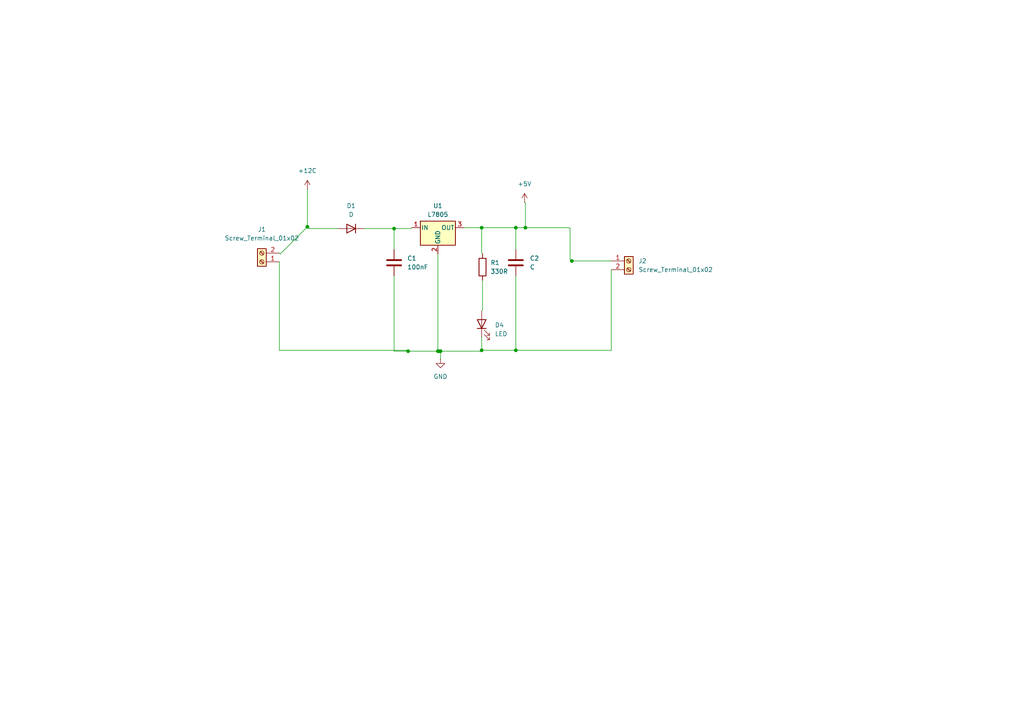
<source format=kicad_sch>
(kicad_sch (version 20231120) (generator "eeschema") (generator_version "8.0")
  (paper "A4")
  (lib_symbols
    (symbol "Connector:Screw_Terminal_01x02" (pin_names (offset 1.016) hide)
      (property "Reference" "J" (at 0 2.54 0))
      (property "Value" "Screw_Terminal_01x02" (at 0 -5.08 0))
      (symbol "Screw_Terminal_01x02_1_1"
        (rectangle (start -1.27 1.27) (end 1.27 -3.81) (stroke (width 0.254)) (fill (type background)))
        (circle (center 0 -2.54) (radius 0.635) (stroke (width 0.1524)))
        (polyline (pts (xy -0.5334 -2.2098) (xy 0.3302 -3.048)) (stroke (width 0.1524)))
        (polyline (pts (xy -0.5334 0.3302) (xy 0.3302 -0.508)) (stroke (width 0.1524)))
        (polyline (pts (xy -0.3556 -2.032) (xy 0.508 -2.8702)) (stroke (width 0.1524)))
        (polyline (pts (xy -0.3556 0.508) (xy 0.508 -0.3302)) (stroke (width 0.1524)))
        (circle (center 0 0) (radius 0.635) (stroke (width 0.1524)))
        (pin passive line (at -5.08 0 0) (length 3.81) (name "Pin_1") (number "1"))
        (pin passive line (at -5.08 -2.54 0) (length 3.81) (name "Pin_2") (number "2"))
      )
    )
    (symbol "Device:C" (pin_numbers hide) (pin_names (offset 0.254))
      (property "Reference" "C" (at 0.635 2.54 0))
      (property "Value" "C" (at 0.635 -2.54 0))
      (symbol "C_0_1"
        (polyline (pts (xy -2.032 -0.762) (xy 2.032 -0.762)) (stroke (width 0.508)))
        (polyline (pts (xy -2.032 0.762) (xy 2.032 0.762)) (stroke (width 0.508)))
      )
      (symbol "C_1_1"
        (pin passive line (at 0 3.81 270) (length 2.794) (name "~") (number "1"))
        (pin passive line (at 0 -3.81 90) (length 2.794) (name "~") (number "2"))
      )
    )
    (symbol "Device:D" (pin_numbers hide) (pin_names (offset 1.016) hide)
      (property "Reference" "D" (at 0 2.54 0))
      (property "Value" "D" (at 0 -2.54 0))
      (symbol "D_0_1"
        (polyline (pts (xy -1.27 1.27) (xy -1.27 -1.27)) (stroke (width 0.254)))
        (polyline (pts (xy 1.27 0) (xy -1.27 0)))
        (polyline (pts (xy 1.27 1.27) (xy 1.27 -1.27) (xy -1.27 0) (xy 1.27 1.27)) (stroke (width 0.254)))
      )
      (symbol "D_1_1"
        (pin passive line (at -3.81 0 0) (length 2.54) (name "K") (number "1"))
        (pin passive line (at 3.81 0 180) (length 2.54) (name "A") (number "2"))
      )
    )
    (symbol "Device:LED" (pin_numbers hide) (pin_names (offset 1.016) hide)
      (property "Reference" "D" (at 0 2.54 0))
      (property "Value" "LED" (at 0 -2.54 0))
      (symbol "LED_0_1"
        (polyline (pts (xy -1.27 -1.27) (xy -1.27 1.27)) (stroke (width 0.254)))
        (polyline (pts (xy -1.27 0) (xy 1.27 0)))
        (polyline (pts (xy 1.27 -1.27) (xy 1.27 1.27) (xy -1.27 0) (xy 1.27 -1.27)) (stroke (width 0.254)))
        (polyline (pts (xy -3.048 -0.762) (xy -4.572 -2.286) (xy -3.81 -2.286) (xy -4.572 -2.286) (xy -4.572 -1.524)))
        (polyline (pts (xy -1.778 -0.762) (xy -3.302 -2.286) (xy -2.54 -2.286) (xy -3.302 -2.286) (xy -3.302 -1.524)))
      )
      (symbol "LED_1_1"
        (pin passive line (at -3.81 0 0) (length 2.54) (name "K") (number "1"))
        (pin passive line (at 3.81 0 180) (length 2.54) (name "A") (number "2"))
      )
    )
    (symbol "Device:R" (pin_numbers hide) (pin_names (offset 0))
      (property "Reference" "R" (at 2.032 0 90))
      (property "Value" "R" (at 0 0 90))
      (symbol "R_0_1"
        (rectangle (start -1.016 -2.54) (end 1.016 2.54) (stroke (width 0.254)))
      )
      (symbol "R_1_1"
        (pin passive line (at 0 3.81 270) (length 1.27) (name "~") (number "1"))
        (pin passive line (at 0 -3.81 90) (length 1.27) (name "~") (number "2"))
      )
    )
    (symbol "Regulator_Linear:L7805" (pin_names (offset 0.254))
      (property "Reference" "U" (at -3.81 3.175 0))
      (property "Value" "L7805" (at 0 3.175 0))
      (symbol "L7805_0_1"
        (rectangle (start -5.08 1.905) (end 5.08 -5.08) (stroke (width 0.254)) (fill (type background)))
      )
      (symbol "L7805_1_1"
        (pin power_in line (at -7.62 0 0) (length 2.54) (name "IN") (number "1"))
        (pin power_in line (at 0 -7.62 90) (length 2.54) (name "GND") (number "2"))
        (pin power_out line (at 7.62 0 180) (length 2.54) (name "OUT") (number "3"))
      )
    )
    (symbol "power:+12C" (power) (pin_numbers hide) (pin_names (offset 0) hide)
      (property "Value" "+12C" (at 0 3.556 0))
      (symbol "+12C_0_1"
        (polyline (pts (xy -0.762 1.27) (xy 0 2.54)))
        (polyline (pts (xy 0 0) (xy 0 2.54)))
        (polyline (pts (xy 0 2.54) (xy 0.762 1.27)))
      )
      (symbol "+12C_1_1"
        (pin power_in line (at 0 0 90) (length 0) (name "~") (number "1"))
      )
    )
    (symbol "power:+5V" (power) (pin_numbers hide) (pin_names (offset 0) hide)
      (property "Value" "+5V" (at 0 3.556 0))
      (symbol "+5V_0_1"
        (polyline (pts (xy -0.762 1.27) (xy 0 2.54)))
        (polyline (pts (xy 0 0) (xy 0 2.54)))
        (polyline (pts (xy 0 2.54) (xy 0.762 1.27)))
      )
      (symbol "+5V_1_1"
        (pin power_in line (at 0 0 90) (length 0) (name "~") (number "1"))
      )
    )
    (symbol "power:GND" (power) (pin_numbers hide) (pin_names (offset 0) hide)
      (property "Value" "GND" (at 0 -3.81 0))
      (symbol "GND_0_1"
        (polyline (pts (xy 0 0) (xy 0 -1.27) (xy 1.27 -1.27) (xy 0 -2.54) (xy -1.27 -1.27) (xy 0 -1.27)))
      )
      (symbol "GND_1_1"
        (pin power_in line (at 0 0 270) (length 0) (name "~") (number "1"))
      )
    )
  )
  (junction (at 139.7 66.04))
  (junction (at 149.606 101.6))
  (junction (at 152.4 66.04))
  (junction (at 127.762 101.854))
  (junction (at 127 101.854))
  (junction (at 165.862 75.692))
  (junction (at 139.7 101.6))
  (junction (at 127.254 101.854))
  (junction (at 114.3 66.294))
  (junction (at 149.606 66.04))
  (junction (at 89.154 65.786))
  (junction (at 118.364 101.854))
  (wire (pts (xy 165.354 66.294) (xy 165.354 75.184)))
  (wire (pts (xy 139.954 81.28) (xy 139.954 89.916)))
  (wire (pts (xy 139.7 97.79) (xy 139.7 101.6)))
  (wire (pts (xy 114.3 66.294) (xy 114.3 72.39)))
  (wire (pts (xy 134.62 66.04) (xy 139.7 66.04)))
  (wire (pts (xy 119.126 66.294) (xy 119.38 66.04)))
  (wire (pts (xy 165.354 75.184) (xy 165.862 75.692)))
  (wire (pts (xy 139.954 89.916) (xy 139.7 90.17)))
  (wire (pts (xy 127.254 101.854) (xy 127.762 101.854)))
  (wire (pts (xy 81.026 101.6) (xy 118.11 101.6)))
  (wire (pts (xy 149.606 66.04) (xy 149.606 72.39)))
  (wire (pts (xy 127 101.854) (xy 127.254 101.854)))
  (wire (pts (xy 98.044 66.294) (xy 89.662 66.294)))
  (wire (pts (xy 89.154 54.864) (xy 89.154 65.786)))
  (wire (pts (xy 114.3 66.294) (xy 119.126 66.294)))
  (wire (pts (xy 149.606 80.01) (xy 149.606 101.6)))
  (wire (pts (xy 152.4 58.928) (xy 152.146 58.674)))
  (wire (pts (xy 165.1 66.04) (xy 165.354 66.294)))
  (wire (pts (xy 139.7 66.04) (xy 139.7 73.406)))
  (wire (pts (xy 81.026 75.946) (xy 81.026 101.6)))
  (wire (pts (xy 139.7 101.854) (xy 139.7 101.6)))
  (wire (pts (xy 149.606 66.04) (xy 152.4 66.04)))
  (wire (pts (xy 81.28 73.66) (xy 89.154 65.786)))
  (wire (pts (xy 114.3 101.854) (xy 118.364 101.854)))
  (wire (pts (xy 139.7 66.04) (xy 149.606 66.04)))
  (wire (pts (xy 165.862 75.692) (xy 165.608 75.692)))
  (wire (pts (xy 118.11 101.6) (xy 118.364 101.854)))
  (wire (pts (xy 139.7 101.6) (xy 149.606 101.6)))
  (wire (pts (xy 177.292 78.232) (xy 177.292 101.6)))
  (wire (pts (xy 149.606 101.6) (xy 177.292 101.6)))
  (wire (pts (xy 118.364 101.854) (xy 127 101.854)))
  (wire (pts (xy 127.762 101.854) (xy 127.762 104.14)))
  (wire (pts (xy 139.7 73.406) (xy 139.954 73.66)))
  (wire (pts (xy 105.664 66.294) (xy 114.3 66.294)))
  (wire (pts (xy 89.662 66.294) (xy 89.154 65.786)))
  (wire (pts (xy 114.3 80.01) (xy 114.3 101.854)))
  (wire (pts (xy 127 73.66) (xy 127 101.854)))
  (wire (pts (xy 152.4 66.04) (xy 165.1 66.04)))
  (wire (pts (xy 81.28 73.66) (xy 81.026 73.406)))
  (wire (pts (xy 177.292 75.692) (xy 165.862 75.692)))
  (wire (pts (xy 127.762 101.854) (xy 139.7 101.854)))
  (wire (pts (xy 152.4 66.04) (xy 152.4 58.928)))
  (wire (pts (xy 127.254 101.854) (xy 127.508 102.108)))
  (symbol (lib_id "power:+12C") (at 89.154 54.864 0) (unit 1)
    (property "Reference" "#PWR01" (effects (hide yes)))
    (property "Value" "+12C" (at 89.154 49.53 0))
    (property "Description" "Power symbol creates a global label with name \"+12C\"" (effects (hide yes)))
  )
  (symbol (lib_id "Regulator_Linear:L7805") (at 127 66.04 0) (unit 1)
    (property "Reference" "U1" (at 127 59.69 0))
    (property "Value" "L7805" (at 127 62.23 0))
    (property "Footprint" "Package_TO_SOT_SMD:TO-252-2" (effects (hide yes)))
    (property "Datasheet" "http://www.st.com/content/ccc/resource/technical/document/datasheet/41/4f/b3/b0/12/d4/47/88/CD00000444.pdf/files/CD00000444.pdf/jcr:content/translations/en.CD00000444.pdf" (effects (hide yes)))
    (property "Description" "Positive 1.5A 35V Linear Regulator, Fixed Output 5V, TO-220/TO-263/TO-252" (effects (hide yes)))
  )
  (symbol (lib_id "power:+5V") (at 152.146 58.674 0) (unit 1)
    (property "Reference" "#PWR02" (effects (hide yes)))
    (property "Value" "+5V" (at 152.146 53.34 0))
    (property "Description" "Power symbol creates a global label with name \"+5V\"" (effects (hide yes)))
  )
  (symbol (lib_id "Device:D") (at 101.854 66.294 180) (unit 1)
    (property "Reference" "D1" (at 101.854 59.69 0))
    (property "Value" "D" (at 101.854 62.23 0))
    (property "Footprint" "Diode_SMD:D_0603_1608Metric" (effects (hide yes)))
    (property "Description" "Diode" (effects (hide yes)))
    (property "Sim.Device" "D" (effects (hide yes)))
    (property "Sim.Pins" "1=K 2=A" (effects (hide yes)))
  )
  (symbol (lib_id "power:GND") (at 127.762 104.14 0) (unit 1)
    (property "Reference" "#PWR03" (effects (hide yes)))
    (property "Value" "GND" (at 127.762 109.22 0))
    (property "Description" "Power symbol creates a global label with name \"GND\" , ground" (effects (hide yes)))
  )
  (symbol (lib_id "Device:R") (at 139.954 77.47 0) (unit 1)
    (property "Reference" "R1" (at 142.24 76.1999 0) (effects (justify left)))
    (property "Value" "330R" (at 142.24 78.7399 0) (effects (justify left)))
    (property "Footprint" "Resistor_SMD:R_0201_0603Metric" (effects (hide yes)))
    (property "Description" "Resistor" (effects (hide yes)))
  )
  (symbol (lib_id "Device:C") (at 149.606 76.2 0) (unit 1)
    (property "Reference" "C2" (at 153.67 74.9299 0) (effects (justify left)))
    (property "Value" "C" (at 153.67 77.4699 0) (effects (justify left)))
    (property "Footprint" "Capacitor_SMD:C_0603_1608Metric" (effects (hide yes)))
    (property "Description" "Unpolarized capacitor" (effects (hide yes)))
  )
  (symbol (lib_id "Device:LED") (at 139.7 93.98 90) (unit 1)
    (property "Reference" "D4" (at 143.51 94.2974 90) (effects (justify right)))
    (property "Value" "LED" (at 143.51 96.8374 90) (effects (justify right)))
    (property "Footprint" "LED_SMD:LED_0603_1608Metric" (effects (hide yes)))
    (property "Description" "Light emitting diode" (effects (hide yes)))
  )
  (symbol (lib_id "Connector:Screw_Terminal_01x02") (at 182.372 75.692 0) (unit 1)
    (property "Reference" "J2" (at 185.166 75.6919 0) (effects (justify left)))
    (property "Value" "Screw_Terminal_01x02" (at 185.166 78.2319 0) (effects (justify left)))
    (property "Footprint" "TerminalBlock_Phoenix:TerminalBlock_Phoenix_MKDS-1,5-2-5.08_1x02_P5.08mm_Horizontal" (effects (hide yes)))
    (property "Description" "Generic screw terminal, single row, 01x02, script generated (kicad-library-utils/schlib/autogen/connector/)" (effects (hide yes)))
  )
  (symbol (lib_id "Device:C") (at 114.3 76.2 0) (unit 1)
    (property "Reference" "C1" (at 118.11 74.9299 0) (effects (justify left)))
    (property "Value" "100nF" (at 118.11 77.4699 0) (effects (justify left)))
    (property "Footprint" "Capacitor_SMD:C_0603_1608Metric" (effects (hide yes)))
    (property "Description" "Unpolarized capacitor" (effects (hide yes)))
  )
  (symbol (lib_id "Connector:Screw_Terminal_01x02") (at 75.946 75.946 180) (unit 1)
    (property "Reference" "J1" (at 75.946 66.548 0))
    (property "Value" "Screw_Terminal_01x02" (at 75.946 69.088 0))
    (property "Footprint" "TerminalBlock_Phoenix:TerminalBlock_Phoenix_MKDS-1,5-2-5.08_1x02_P5.08mm_Horizontal" (effects (hide yes)))
    (property "Description" "Generic screw terminal, single row, 01x02, script generated (kicad-library-utils/schlib/autogen/connector/)" (effects (hide yes)))
  )
)
</source>
